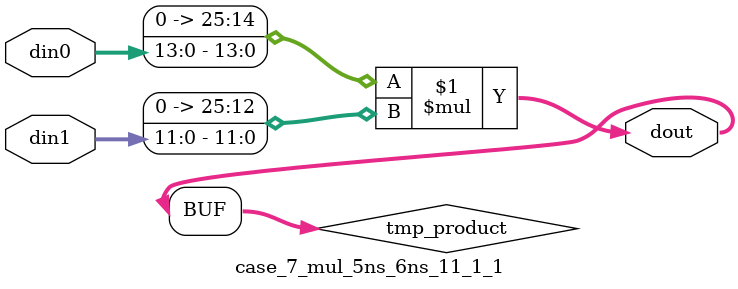
<source format=v>

`timescale 1 ns / 1 ps

 (* use_dsp = "no" *)  module case_7_mul_5ns_6ns_11_1_1(din0, din1, dout);
parameter ID = 1;
parameter NUM_STAGE = 0;
parameter din0_WIDTH = 14;
parameter din1_WIDTH = 12;
parameter dout_WIDTH = 26;

input [din0_WIDTH - 1 : 0] din0; 
input [din1_WIDTH - 1 : 0] din1; 
output [dout_WIDTH - 1 : 0] dout;

wire signed [dout_WIDTH - 1 : 0] tmp_product;
























assign tmp_product = $signed({1'b0, din0}) * $signed({1'b0, din1});











assign dout = tmp_product;





















endmodule

</source>
